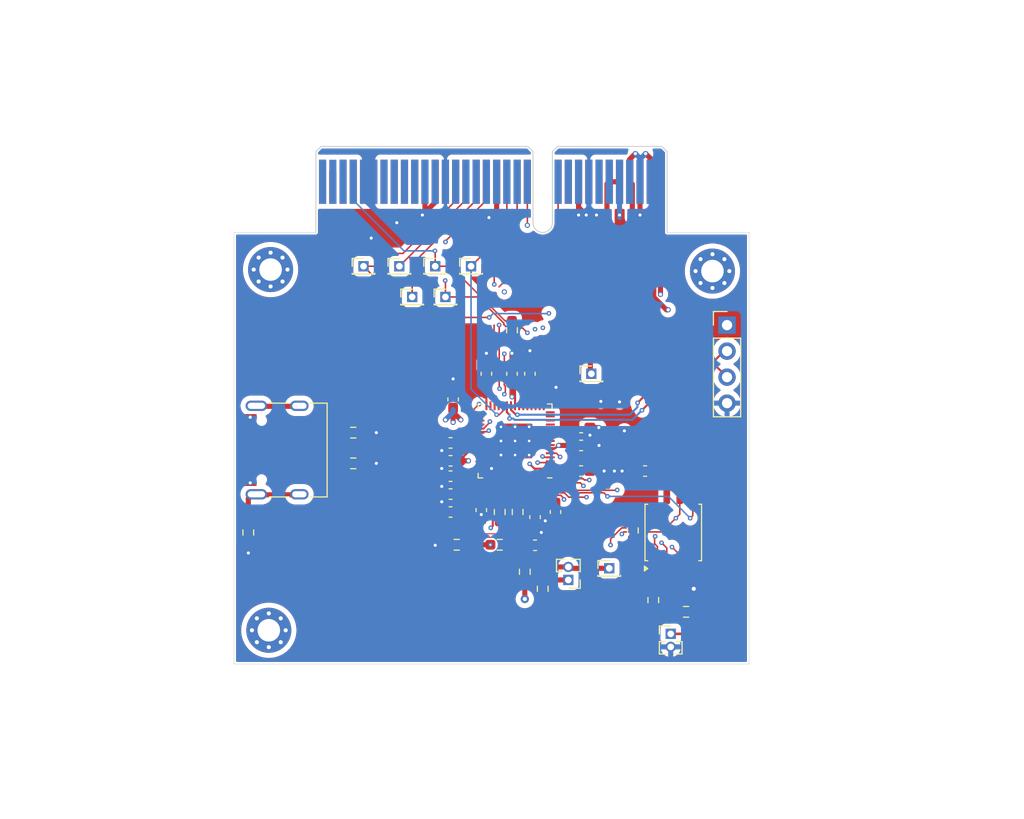
<source format=kicad_pcb>
(kicad_pcb (version 20241229) (generator "pcbnew") (generator_version "9.0")
  (layers (0 "F.Cu" signal) (4 "In1.Cu" signal) (6 "In2.Cu" signal) (2 "B.Cu" signal) (13 "F.Paste" user) (15 "B.Paste" user) (5 "F.SilkS" user "F.Silkscreen") (7 "B.SilkS" user "B.Silkscreen") (1 "F.Mask" user) (3 "B.Mask" user) (25 "Edge.Cuts" user))
  (net 0 "")
  (net 1 "ADC_VDD")
  (net 2 "LED1")
  (net 3 "CLKOUT_n")
  (net 4 "LED3")
  (net 5 "GND")
  (net 6 "JTAG_nRST")
  (net 7 "SCK")
  (net 8 "JTAG_VREF")
  (net 9 "HDR4")
  (net 10 "JTAG_TDO")
  (net 11 "nRST_OUT")
  (net 12 "VCC1.2")
  (net 13 "TRACECLK")
  (net 14 "HDR7")
  (net 15 "JTAG_TMS")
  (net 16 "CLKOUT")
  (net 17 "VCC1.8")
  (net 18 "HDR1")
  (net 19 "DVDD")
  (net 20 "+5V")
  (net 21 "GPIO2{slash}RX")
  (net 22 "CW_PDID")
  (net 23 "MOSI")
  (net 24 "TRACED3")
  (net 25 "GPIO1{slash}TX")
  (net 26 "TRACED2")
  (net 27 "CLIKIN")
  (net 28 "HDR5")
  (net 29 "D-")
  (net 30 "TRACED0")
  (net 31 "CLKIN_n")
  (net 32 "nRST")
  (net 33 "HDR10")
  (net 34 "LED2")
  (net 35 "Net-(J2-SHIELD)")
  (net 36 "JTAG_TDI")
  (net 37 "VCC2.5")
  (net 38 "GPIO3")
  (net 39 "Net-(J2-CC2)")
  (net 40 "VCC5.0")
  (net 41 "JTAG_TRST")
  (net 42 "IOVREF")
  (net 43 "HDR8")
  (net 44 "VCCADJ")
  (net 45 "JTAG_TCK")
  (net 46 "GPIO4")
  (net 47 "TRACED1")
  (net 48 "HDR9")
  (net 49 "MISO")
  (net 50 "CW_PDIC")
  (net 51 "HDR3")
  (net 52 "HDR6")
  (net 53 "HDR2")
  (net 54 "Net-(J2-CC1)")
  (net 56 "D+")
  (net 61 "SWCLK")
  (net 62 "SWD")
  (net 64 "Net-(J4-Pin_1)")
  (net 67 "QSPI_SS")
  (net 68 "QSPI_SD3")
  (net 69 "QSPI_SCLK")
  (net 74 "QSPI_SD1")
  (net 75 "QSPI_SD0")
  (net 77 "Net-(U1-XIN)")
  (net 78 "QSPI_SD2")
  (net 79 "Net-(U1-VREG_FB)")
  (net 81 "Net-(U2-~{CS})")
  (net 84 "DP")
  (net 86 "DN")
  (net 97 "SHUNTL")
  (net 98 "FILT_HP")
  (footprint "Resistor_SMD:R_0603_1608Metric_Pad0.98x0.95mm_HandSolder" (layer "F.Cu") (at 129.25 122 -90)
    (property "Reference" "R3" (hide yes))
    (property "Value" "1M")
  )
  (footprint "Resistor_SMD:R_0603_1608Metric_Pad0.98x0.95mm_HandSolder" (layer "F.Cu") (at 155.55 120 -90)
    (property "Reference" "R8" (hide yes))
    (property "Value" "27")
  )
  (footprint "Capacitor_SMD:C_0603_1608Metric_Pad1.08x0.95mm_HandSolder" (layer "F.Cu") (at 157.25 123.25)
    (property "Reference" "C8" (hide yes))
    (property "Value" "100n")
  )
  (footprint "Capacitor_SMD:C_0603_1608Metric_Pad1.08x0.95mm_HandSolder" (layer "F.Cu") (at 149 116.5 180)
    (property "Reference" "C5" (hide yes))
    (property "Value" "100n")
  )
  (footprint "Capacitor_SMD:C_0603_1608Metric_Pad1.08x0.95mm_HandSolder" (layer "F.Cu") (at 149 113.25 180)
    (property "Reference" "C4" (hide yes))
    (property "Value" "100n")
  )
  (footprint "Connector_PinHeader_1.27mm:PinHeader_1x01_P1.27mm_Vertical" (layer "F.Cu") (at 151 96)
    (property "Reference" "J8" (hide yes))
    (property "Value" "Conn_01x01")
  )
  (footprint "Capacitor_SMD:C_0603_1608Metric_Pad1.08x0.95mm_HandSolder" (layer "F.Cu") (at 155 106.5 90)
    (property "Reference" "C15" (hide yes))
    (property "Value" "100n")
  )
  (footprint "MountingHole:MountingHole_2.2mm_M2_Pad_Via" (layer "F.Cu") (at 131.25 131.55)
    (property "Reference" "H2" (hide yes))
    (property "Value" "MountingHole_Pad_MP")
  )
  (footprint "Connector_PinHeader_1.27mm:PinHeader_1x01_P1.27mm_Vertical" (layer "F.Cu") (at 147.5 96)
    (property "Reference" "J7" (hide yes))
    (property "Value" "Conn_01x01")
  )
  (footprint "Capacitor_SMD:C_0603_1608Metric_Pad1.08x0.95mm_HandSolder" (layer "F.Cu") (at 152 119.8125 -90)
    (property "Reference" "C21" (hide yes))
    (property "Value" "100n")
  )
  (footprint "Capacitor_SMD:C_0603_1608Metric_Pad1.08x0.95mm_HandSolder" (layer "F.Cu") (at 149.25 109 90)
    (property "Reference" "C14" (hide yes))
    (property "Value" "2u2")
  )
  (footprint "Capacitor_SMD:C_0603_1608Metric_Pad1.08x0.95mm_HandSolder" (layer "F.Cu") (at 152.5 106.5 90)
    (property "Reference" "C2" (hide yes))
    (property "Value" "100n")
  )
  (footprint "Resistor_SMD:R_0603_1608Metric_Pad0.98x0.95mm_HandSolder" (layer "F.Cu") (at 168.8 128.6 90)
    (property "Reference" "R6" (hide yes))
    (property "Value" "0")
  )
  (footprint "Capacitor_SMD:C_0603_1608Metric_Pad1.08x0.95mm_HandSolder" (layer "F.Cu") (at 156.75 106.5 90)
    (property "Reference" "C1" (hide yes))
    (property "Value" "100n")
  )
  (footprint "Connector_PinHeader_1.27mm:PinHeader_1x02_P1.27mm_Vertical" (layer "F.Cu") (at 170.5 131.9)
    (property "Reference" "J4" (hide yes))
    (property "Value" "Conn_01x02_Pin")
  )
  (footprint "Connector_USB:USB_C_Receptacle_G-Switch_GT-USB-7010ASV" (layer "F.Cu") (at 133.16 113.95 90)
    (property "Reference" "J2" (hide yes))
    (property "Value" "USB_C_Receptacle_USB2.0_16P")
  )
  (footprint "Capacitor_SMD:C_0603_1608Metric_Pad1.08x0.95mm_HandSolder" (layer "F.Cu") (at 149 120 180)
    (property "Reference" "C10" (hide yes))
    (property "Value" "2u2")
  )
  (footprint "Connector_PinHeader_1.27mm:PinHeader_1x01_P1.27mm_Vertical" (layer "F.Cu") (at 140.5 96)
    (property "Reference" "J9" (hide yes))
    (property "Value" "Conn_01x01")
  )
  (footprint "Resistor_SMD:R_0603_1608Metric_Pad0.98x0.95mm_HandSolder" (layer "F.Cu") (at 158 127.5 90)
    (property "Reference" "R13" (hide yes))
    (property "Value" "0")
  )
  (footprint "Resistor_SMD:R_0603_1608Metric_Pad0.98x0.95mm_HandSolder" (layer "F.Cu") (at 153.8 120 -90)
    (property "Reference" "R9" (hide yes))
    (property "Value" "27")
  )
  (footprint "RP2350_60QFN_minimal:RP2350-QFN-60-1EP_7x7_P0.4mm_EP3.4x3.4mm_ThermalVias" (layer "F.Cu") (at 155.3 113.0625 180)
    (property "Reference" "U1" (hide yes))
    (property "Value" "RP2350_60QFN")
  )
  (footprint "Connector_PinHeader_1.27mm:PinHeader_1x01_P1.27mm_Vertical" (layer "F.Cu") (at 164.5 125.5)
    (property "Reference" "J5" (hide yes))
    (property "Value" "Conn_01x01")
  )
  (footprint "Capacitor_SMD:C_0603_1608Metric_Pad1.08x0.95mm_HandSolder" (layer "F.Cu") (at 157.25 120.5 -90)
    (property "Reference" "C7" (hide yes))
    (property "Value" "100n")
  )
  (footprint "Connector_PinHeader_1.27mm:PinHeader_1x01_P1.27mm_Vertical" (layer "F.Cu") (at 145.25 99)
    (property "Reference" "J11" (hide yes))
    (property "Value" "Conn_01x01")
  )
  (footprint "Connector_PinHeader_1.27mm:PinHeader_1x01_P1.27mm_Vertical" (layer "F.Cu") (at 162.75 106.5)
    (property "Reference" "J6" (hide yes))
    (property "Value" "Conn_01x01")
  )
  (footprint "Resistor_SMD:R_0603_1608Metric_Pad0.98x0.95mm_HandSolder" (layer "F.Cu") (at 156.25 125.8375 90)
    (property "Reference" "R10" (hide yes))
    (property "Value" "10")
  )
  (footprint "Capacitor_SMD:C_0603_1608Metric_Pad1.08x0.95mm_HandSolder" (layer "F.Cu") (at 168 116 180)
    (property "Reference" "C9" (hide yes))
    (property "Value" "100n")
  )
  (footprint "Connector_PinHeader_1.27mm:PinHeader_1x02_P1.27mm_Vertical" (layer "F.Cu") (at 160.5 126.635 180)
    (property "Reference" "J13" (hide yes))
    (property "Value" "Conn_01x02_Pin")
  )
  (footprint "Capacitor_SMD:C_0603_1608Metric_Pad1.08x0.95mm_HandSolder" (layer "F.Cu") (at 149 118.25 180)
    (property "Reference" "C19" (hide yes))
    (property "Value" "100n")
  )
  (footprint "Resistor_SMD:R_0603_1608Metric_Pad0.98x0.95mm_HandSolder" (layer "F.Cu") (at 155 102.25 -90)
    (property "Reference" "R4" (hide yes))
    (property "Value" "10")
  )
  (footprint "Resistor_SMD:R_0603_1608Metric_Pad0.98x0.95mm_HandSolder" (layer "F.Cu") (at 172 129.75)
    (property "Reference" "R7" (hide yes))
    (property "Value" "1k")
  )
  (footprint "MountingHole:MountingHole_2.2mm_M2_Pad_Via" (layer "F.Cu") (at 174.575 96.475)
    (property "Reference" "H1" (hide yes))
    (property "Value" "MountingHole_Pad_MP")
  )
  (footprint "Connector_PinHeader_1.27mm:PinHeader_1x01_P1.27mm_Vertical" (layer "F.Cu") (at 144 96)
    (property "Reference" "J10" (hide yes))
    (property "Value" "Conn_01x01")
  )
  (footprint "Resistor_SMD:R_0603_1608Metric_Pad0.98x0.95mm_HandSolder" (layer "F.Cu") (at 153.8 123.2)
    (property "Reference" "R12" (hide yes))
    (property "Value" "5k6")
  )
  (footprint "Capacitor_SMD:C_0603_1608Metric_Pad1.08x0.95mm_HandSolder" (layer "F.Cu") (at 161.75 111.75)
    (property "Reference" "C6" (hide yes))
    (property "Value" "100n")
  )
  (footprint "Capacitor_SMD:C_0603_1608Metric_Pad1.08x0.95mm_HandSolder" (layer "F.Cu") (at 149 115 180)
    (property "Reference" "C16" (hide yes))
    (property "Value" "100n")
  )
  (footprint "Capacitor_SMD:C_0603_1608Metric_Pad1.08x0.95mm_HandSolder" (layer "F.Cu") (at 161.75 113.5)
    (property "Reference" "C13" (hide yes))
    (property "Value" "100n")
  )
  (footprint "Resistor_SMD:R_0603_1608Metric_Pad0.98x0.95mm_HandSolder" (layer "F.Cu") (at 166.8 121.8 -90)
    (property "Reference" "R5" (hide yes))
    (property "Value" "DNF")
  )
  (footprint "MountingHole:MountingHole_2.2mm_M2_Pad_Via" (layer "F.Cu") (at 131.425 96.325)
    (property "Reference" "H3" (hide yes))
    (property "Value" "MountingHole_Pad_MP")
  )
  (footprint "Resistor_SMD:R_0603_1608Metric_Pad0.98x0.95mm_HandSolder" (layer "F.Cu") (at 139.5 112.25)
    (property "Reference" "R1" (hide yes))
    (property "Value" "5.11k")
  )
  (footprint "Connector_PinHeader_2.54mm:PinHeader_1x04_P2.54mm_Vertical" (layer "F.Cu") (at 176 101.75)
    (property "Reference" "J3" (hide yes))
    (property "Value" "Conn_01x04_Pin")
  )
  (footprint "Capacitor_SMD:C_0603_1608Metric_Pad1.08x0.95mm_HandSolder" (layer "F.Cu") (at 161.75 116)
    (property "Reference" "C3" (hide yes))
    (property "Value" "100n")
  )
  (footprint "Resistor_SMD:R_0603_1608Metric_Pad0.98x0.95mm_HandSolder" (layer "F.Cu") (at 149.6 123.2)
    (property "Reference" "R11" (hide yes))
    (property "Value" "3k3")
  )
  (footprint "Resistor_SMD:R_0603_1608Metric_Pad0.98x0.95mm_HandSolder" (layer "F.Cu") (at 139.5 115.25)
    (property "Reference" "R2" (hide yes))
    (property "Value" "5.11k")
  )
  (footprint "Connector_PCBEdge:BUS_PCIexpress_x4" (layer "F.Cu") (at 169.5 87.75 180)
    (property "Reference" "J1" (hide yes))
    (property "Value" "HUSKEY_EDGE_CONNECTOR")
    (fp_line (start 33.65 2.95) (end 33.15 3.45) (stroke (width 0.1)) (layer "Edge.Cuts"))
    (fp_line (start 33.65 -4.95) (end 33.65 2.95) (stroke (width 0.1)) (layer "Edge.Cuts"))
    (fp_line (start 12.95 3.45) (end 33.15 3.45) (stroke (width 0.1)) (layer "Edge.Cuts"))
    (fp_line (start 12.45 2.95) (end 12.95 3.45) (stroke (width 0.1)) (layer "Edge.Cuts"))
    (fp_line (start 12.45 -4) (end 12.45 2.95) (stroke (width 0.1)) (layer "Edge.Cuts"))
    (fp_line (start 10.55 2.95) (end 10.05 3.45) (stroke (width 0.1)) (layer "Edge.Cuts"))
    (fp_line (start 10.55 -4) (end 10.55 2.95) (stroke (width 0.1)) (layer "Edge.Cuts"))
    (fp_line (start -0.15 3.45) (end 10.05 3.45) (stroke (width 0.1)) (layer "Edge.Cuts"))
    (fp_line (start -0.65 2.95) (end -0.15 3.45) (stroke (width 0.1)) (layer "Edge.Cuts"))
    (fp_line (start -0.65 -4.95) (end -0.65 2.95) (stroke (width 0.1)) (layer "Edge.Cuts"))
    (fp_arc (start 10.55 -4) (mid 11.5 -4.95) (end 12.45 -4) (stroke (width 0.1)) (layer "Edge.Cuts"))
  )
  (footprint "Capacitor_SMD:C_0603_1608Metric_Pad1.08x0.95mm_HandSolder" (layer "F.Cu") (at 159.25 120 -90)
    (property "Reference" "C20" (hide yes))
    (property "Value" "100n")
  )
  (footprint "Connector_PinHeader_1.27mm:PinHeader_1x01_P1.27mm_Vertical" (layer "F.Cu") (at 148.5 99)
    (property "Reference" "J12" (hide yes))
    (property "Value" "Conn_01x01")
  )
  (footprint "Package_SO:SOIC-8_5.3x5.3mm_P1.27mm" (layer "F.Cu") (at 170.75 122 90)
    (property "Reference" "U2" (hide yes))
    (property "Value" "W25Q128JVS")
  )
  (gr_line (start 178.15 92.7) (end 178.15 134.845063) (stroke (width 0.05)) (layer "Edge.Cuts"))
  (gr_line (start 135.85 92.7) (end 127.85 92.7) (stroke (width 0.05)) (layer "Edge.Cuts"))
  (gr_line (start 127.85 92.7) (end 127.85 134.35) (stroke (width 0.05)) (layer "Edge.Cuts"))
  (gr_line (start 127.85 134.35) (end 127.85 134.845063) (stroke (width 0.05)) (layer "Edge.Cuts"))
  (gr_line (start 127.85 134.845063) (end 177.8 134.845063) (stroke (width 0.05)) (layer "Edge.Cuts"))
  (gr_line (start 177.8 134.845063) (end 178.15 134.845063) (stroke (width 0.05)) (layer "Edge.Cuts"))
  (gr_line (start 170.15 92.7) (end 178.15 92.7) (stroke (width 0.05)) (layer "Edge.Cuts"))
  (segment (start 151.225 116.5) (end 151.8625 115.8625) (width 0.5) (layer "F.Cu") (net 1))
  (segment (start 149.8625 118.25) (end 149.8625 116.5) (width 0.5) (layer "F.Cu") (net 1))
  (segment (start 155.7 116.0625) (end 155.7 116.5) (width 0.2) (layer "F.Cu") (net 1))
  (segment (start 153.901 115.8615) (end 155.499 115.8615) (width 0.2) (layer "F.Cu") (net 1))
  (segment (start 151.8625 115.8625) (end 151.8625 115.5135) (width 0.5) (layer "F.Cu") (net 1))
  (segment (start 168.8625 118.395) (end 168.845 118.4125) (width 0.5) (layer "F.Cu") (net 1))
  (segment (start 156.5 107.6125) (end 156.5 109.625) (width 0.2) (layer "F.Cu") (net 1))
  (segment (start 157.939405 119.1375) (end 155.7 116.898095) (width 0.2) (layer "F.Cu") (net 1))
  (segment (start 168.845 118.4125) (end 168.845 118.8425) (width 0.5) (layer "F.Cu") (net 1))
  (segment (start 152 118.95) (end 153.7 117.25) (width 0.2) (layer "F.Cu") (net 1))
  (segment (start 149.8625 113.25) (end 150.05 113.0625) (width 0.2) (layer "F.Cu") (net 1))
  (segment (start 149.8625 120) (end 151.1375 120) (width 0.5) (layer "F.Cu") (net 1))
  (segment (start 160.8875 116) (end 158.875 116) (width 0.2) (layer "F.Cu") (net 1))
  (segment (start 156.75 107.3625) (end 156.5 107.6125) (width 0.2) (layer "F.Cu") (net 1))
  (segment (start 155.7 116.898095) (end 155.7 116.5) (width 0.2) (layer "F.Cu") (net 1))
  (segment (start 153.7 117.25) (end 153.7 116.5) (width 0.2) (layer "F.Cu") (net 1))
  (segment (start 158.875 116) (end 158.7375 115.8625) (width 0.2) (layer "F.Cu") (net 1))
  (segment (start 153.7 116.0625) (end 153.901 115.8615) (width 0.2) (layer "F.Cu") (net 1))
  (segment (start 159.5 119.1375) (end 159.1125 118.75) (width 0.2) (layer "F.Cu") (net 1))
  (segment (start 168.8625 116) (end 168.8625 118.395) (width 0.5) (layer "F.Cu") (net 1))
  (segment (start 160.775 111.8625) (end 158.7375 111.8625) (width 0.2) (layer "F.Cu") (net 1))
  (segment (start 149.8625 116.5) (end 151.225 116.5) (width 0.5) (layer "F.Cu") (net 1))
  (segment (start 153.7 116.5) (end 153.7 116.0625) (width 0.2) (layer "F.Cu") (net 1))
  (segment (start 155.499 115.8615) (end 155.7 116.0625) (width 0.2) (layer "F.Cu") (net 1))
  (segment (start 152 119.1375) (end 152 116.933) (width 0.5) (layer "F.Cu") (net 1))
  (segment (start 149.8625 120) (end 149.8625 118.25) (width 0.5) (layer "F.Cu") (net 1))
  (segment (start 159.25 119.1375) (end 157.939405 119.1375) (width 0.2) (layer "F.Cu") (net 1))
  (segment (start 155.7 116.9375) (end 155.7 116.5) (width 0.2) (layer "F.Cu") (net 1))
  (segment (start 150.05 113.0625) (end 151.8625 113.0625) (width 0.2) (layer "F.Cu") (net 1))
  (segment (start 160.8875 111.75) (end 160.775 111.8625) (width 0.2) (layer "F.Cu") (net 1))
  (segment (start 168.845 118.8425) (end 166.8 120.8875) (width 0.5) (layer "F.Cu") (net 1))
  (segment (start 152.5 107.3625) (end 152.5 109.625) (width 0.2) (layer "F.Cu") (net 1))
  (segment (start 151.1375 120) (end 152 119.1375) (width 0.5) (layer "F.Cu") (net 1))
  (segment (start 152 116.933) (end 152.433 116.5) (width 0.5) (layer "F.Cu") (net 1))
  (via (at 165.5 91) (size 0.5) (drill 0.3) (layers "F.Cu" "B.Cu") (net 1))
  (segment (start 165.5 91) (end 165.5 91.25) (width 0.5) (layer "B.Cu") (net 1))
  (segment (start 165.5 87.75) (end 165.5 91) (width 0.5) (layer "B.Cu") (net 1))
  (segment (start 159.5 92.25) (end 153.75 98) (width 0.15) (layer "F.Cu") (net 2))
  (segment (start 152.842312 111.241186) (end 152.842312 111.167312) (width 0.15) (layer "F.Cu") (net 2))
  (segment (start 152.740375 111.343123) (end 152.842312 111.241186) (width 0.15) (layer "F.Cu") (net 2))
  (segment (start 153.75 104.5) (end 153.75 101.75) (width 0.15) (layer "F.Cu") (net 2))
  (segment (start 153.786176 107.963824) (end 153.841218 108.018867) (width 0.15) (layer "F.Cu") (net 2))
  (segment (start 153.75 98) (end 153.74 98.01) (width 0.15) (layer "F.Cu") (net 2))
  (segment (start 152.476 111.599) (end 152.842312 111.232688) (width 0.15) (layer "F.Cu") (net 2))
  (segment (start 152.2125 111.8625) (end 152.3365 111.7385) (width 0.15) (layer "F.Cu") (net 2))
  (segment (start 153.841218 108.018867) (end 153.841216 108.018867) (width 0.15) (layer "F.Cu") (net 2))
  (segment (start 152.476 111.607498) (end 152.476 111.599) (width 0.15) (layer "F.Cu") (net 2))
  (segment (start 152.344998 111.7385) (end 152.476 111.607498) (width 0.15) (layer "F.Cu") (net 2))
  (segment (start 152.3365 111.7385) (end 152.344998 111.7385) (width 0.15) (layer "F.Cu") (net 2))
  (segment (start 153.75 104.5) (end 153.75 106.394043) (width 0.15) (layer "F.Cu") (net 2))
  (segment (start 153.75 107.927649) (end 153.786176 107.963824) (width 0.15) (layer "F.Cu") (net 2))
  (segment (start 152.842312 111.232688) (end 152.842312 111.167312) (width 0.15) (layer "F.Cu") (net 2))
  (segment (start 151.8625 111.8625) (end 152.2125 111.8625) (width 0.15) (layer "F.Cu") (net 2))
  (segment (start 159.5 87.75) (end 159.5 92.25) (width 0.15) (layer "F.Cu") (net 2))
  (segment (start 153.75 106.414043) (end 153.75 107.927649) (width 0.15) (layer "F.Cu") (net 2))
  (segment (start 152.740375 111.314863) (end 152.740375 111.343123) (width 0.1) (layer "F.Cu") (net 2))
  (via (at 153.786176 107.963824) (size 0.45) (drill 0.2) (layers "F.Cu" "B.Cu") (net 2))
  (via (at 153.74 101.74) (size 0.45) (drill 0.2) (layers "F.Cu" "B.Cu") (net 2))
  (via (at 152.842312 111.167312) (size 0.45) (drill 0.2) (layers "F.Cu" "B.Cu") (net 2))
  (segment (start 151.249 110.001) (end 151.75 109.5) (width 0.15) (layer "F.Cu") (net 4))
  (segment (start 153.263099 94.076313) (end 153.263099 97.736901) (width 0.15) (layer "F.Cu") (net 4))
  (segment (start 153.263101 106.743042) (end 153.263101 104.513101) (width 0.15) (layer "F.Cu") (net 4))
  (segment (start 151.425 112.6625) (end 151.249 112.4865) (width 0.15) (layer "F.Cu") (net 4))
  (segment (start 153.263099 97.736901) (end 153.25 97.75) (width 0.15) (layer "F.Cu") (net 4))
  (segment (start 153.25 104.5) (end 153.25 101.75) (width 0.15) (layer "F.Cu") (net 4))
  (segment (start 151.249 112.4865) (end 151.249 110.001) (width 0.15) (layer "F.Cu") (net 4))
  (segment (start 153.263099 94.076313) (end 155.5 91.839411) (width 0.15) (layer "F.Cu") (net 4))
  (segment (start 155.5 91.839411) (end 155.5 87.75) (width 0.15) (layer "F.Cu") (net 4))
  (segment (start 151.8625 112.6625) (end 151.425 112.6625) (width 0.15) (layer "F.Cu") (net 4))
  (segment (start 153.263101 104.513101) (end 153.25 104.5) (width 0.15) (layer "F.Cu") (net 4))
  (via (at 151.7875 109.4625) (size 0.45) (drill 0.2) (layers "F.Cu" "B.Cu") (net 4))
  (via (at 153.268701 97.775) (size 0.45) (drill 0.2) (layers "F.Cu" "B.Cu") (net 4))
  (segment (start 156.675 111.6875) (end 155.3 113.0625) (width 0.2) (layer "F.Cu") (net 5))
  (segment (start 156.675 113.0625) (end 155.3 113.0625) (width 0.2) (layer "F.Cu") (net 5))
  (segment (start 140.4125 115.25) (end 141.75 115.25) (width 0.5) (layer "F.Cu") (net 5))
  (segment (start 165 116) (end 164 116) (width 0.5) (layer "F.Cu") (net 5))
  (segment (start 157.8625 121.225) (end 157.5 120.8625) (width 0.5) (layer "F.Cu") (net 5))
  (segment (start 147.55 123.2) (end 147.5 123.25) (width 0.5) (layer "F.Cu") (net 5))
  (segment (start 161.5 87.75) (end 161.5 90.25) (width 0.5) (layer "F.Cu") (net 5))
  (segment (start 162.6125 113.5) (end 163.499999 113.500001) (width 0.5) (layer "F.Cu") (net 5))
  (segment (start 167.1375 116) (end 165.75 116) (width 0.5) (layer "F.Cu") (net 5))
  (segment (start 162.6125 111.75) (end 163.475 111.75) (width 0.5) (layer "F.Cu") (net 5))
  (segment (start 148.1375 114) (end 148.1375 113.25) (width 0.5) (layer "F.Cu") (net 5))
  (segment (start 165.75 116) (end 165 116) (width 0.5) (layer "F.Cu") (net 5))
  (segment (start 161.5 90.25) (end 162.25 91) (width 0.5) (layer "F.Cu") (net 5))
  (segment (start 157.8625 122) (end 157.8625 121.225) (width 0.5) (layer "F.Cu") (net 5))
  (segment (start 155 105.6375) (end 155 104.5) (width 0.5) (layer "F.Cu") (net 5))
  (segment (start 148.1375 116.5) (end 148.1375 115.75) (width 0.5) (layer "F.Cu") (net 5))
  (segment (start 167.5 87.75) (end 167.5 91) (width 0.5) (layer "F.Cu") (net 5))
  (segment (start 147.5 87.75) (end 147.5 89.75) (width 0.5) (layer "F.Cu") (net 5))
  (segment (start 153.5 87.75) (end 153.5 90.5) (width 0.5) (layer "F.Cu") (net 5))
  (segment (start 155.3 114.4375) (end 155.3 113.0625) (width 0.2) (layer "F.Cu") (net 5))
  (segment (start 167.5 90.5) (end 167.5 90.7) (width 0.5) (layer "F.Cu") (net 5))
  (segment (start 152.9 115.85) (end 153 115.75) (width 0.25) (layer "F.Cu") (net 5))
  (segment (start 148.1375 117.5) (end 148.1375 116.5) (width 0.5) (layer "F.Cu") (net 5))
  (segment (start 148.1375 118.25) (end 148.1375 117.5) (width 0.5) (layer "F.Cu") (net 5))
  (segment (start 172.655 127.405) (end 172.75 127.5) (width 0.5) (layer "F.Cu") (net 5))
  (segment (start 158.25 120.8625) (end 159.25 120.8625) (width 0.5) (layer "F.Cu") (net 5))
  (segment (start 164 116) (end 162.6125 116) (width 0.5) (layer "F.Cu") (net 5))
  (segment (start 148.6875 123.2) (end 147.55 123.2) (width 0.5) (layer "F.Cu") (net 5))
  (segment (start 153.925 114.4375) (end 155.3 113.0625) (width 0.2) (layer "F.Cu") (net 5))
  (segment (start 146.5 87.75) (end 146.5 90.75) (width 0.5) (layer "F.Cu") (net 5))
  (segment (start 161.5 87.75) (end 161.5 91) (width 0.5) (layer "F.Cu") (net 5))
  (segment (start 148.1375 119) (end 148.1375 118.25) (width 0.5) (layer "F.Cu") (net 5))
  (segment (start 152.9 116.5) (end 152.9 115.85) (width 0.25) (layer "F.Cu") (net 5))
  (segment (start 149.25 108.1375) (end 149.25 107) (width 0.5) (layer "F.Cu") (net 5))
  (segment (start 162.6125 111.75) (end 162.6125 113.5) (width 0.5) (layer "F.Cu") (net 5))
  (segment (start 152.5 105.6375) (end 152.5 104.5) (width 0.5) (layer "F.Cu") (net 5))
  (segment (start 156.75 105.6375) (end 156.75 104.25) (width 0.5) (layer "F.Cu") (net 5))
  (segment (start 148.1375 115.75) (end 148.1375 114) (width 0.5) (layer "F.Cu") (net 5))
  (segment (start 157.5 120.8625) (end 158.25 120.8625) (width 0.5) (layer "F.Cu") (net 5))
  (segment (start 147.5 89.75) (end 146.25 91) (width 0.5) (layer "F.Cu") (net 5))
  (segment (start 152 120.8625) (end 152 120.25) (width 0.5) (layer "F.Cu") (net 5))
  (segment (start 140.4125 112.25) (end 141.75 112.25) (width 0.5) (layer "F.Cu") (net 5))
  (segment (start 172.655 125.5875) (end 172.655 127.405) (width 0.5) (layer "F.Cu") (net 5))
  (segment (start 156.675 114.4375) (end 155.3 113.0625) (width 0.2) (layer "F.Cu") (net 5))
  (segment (start 146.5 90.75) (end 146.25 91) (width 0.5) (layer "F.Cu") (net 5))
  (segment (start 153.925 113.0625) (end 155.3 113.0625) (width 0.2) (layer "F.Cu") (net 5))
  (segment (start 157.8625 123.25) (end 157.8625 122) (width 0.5) (layer "F.Cu") (net 5))
  (segment (start 153.5 90.5) (end 152.75 91.25) (width 0.5) (layer "F.Cu") (net 5))
  (segment (start 148.1375 120) (end 148.1375 119) (width 0.5) (layer "F.Cu") (net 5))
  (segment (start 129.25 122.9125) (end 129.25 124) (width 0.5) (layer "F.Cu") (net 5))
  (via (at 152.5 104.5) (size 0.5) (drill 0.3) (layers "F.Cu" "B.Cu") (net 5))
  (via (at 152 120.25) (size 0.5) (drill 0.3) (layers "F.Cu" "B.Cu") (net 5))
  (via (at 156.675 111.6875) (size 0.45) (drill 0.2) (layers "F.Cu" "B.Cu") (net 5))
  (via (at 156.675 113.0625) (size 0.45) (drill 0.2) (layers "F.Cu" "B.Cu") (net 5))
  (via (at 159.3 107.825) (size 0.5) (drill 0.3) (layers "F.Cu" "B.Cu") (net 5))
  (via (at 172.75 127.5) (size 0.8) (drill 0.4) (layers "F.Cu" "B.Cu") (net 5))
  (via (at 156.675 114.4375) (size 0.45) (drill 0.2) (layers "F.Cu" "B.Cu") (net 5))
  (via (at 129.25 124) (size 0.5) (drill 0.3) (layers "F.Cu" "B.Cu") (net 5))
  (via (at 158.25 120.8625) (size 0.5) (drill 0.3) (layers "F.Cu" "B.Cu") (net 5))
  (via (at 147.5 123.25) (size 0.5) (drill 0.3) (layers "F.Cu" "B.Cu") (net 5))
  (via (at 155 104.5) (size 0.5) (drill 0.3) (layers "F.Cu" "B.Cu") (net 5))
  (via (at 165.75 116) (size 0.5) (drill 0.3) (layers "F.Cu" "B.Cu") (net 5))
  (via (at 167.5 91) (size 0.5) (drill 0.3) (layers "F.Cu" "B.Cu") (net 5))
  (via (at 163.25 91) (size 0.5) (drill 0.3) (layers "F.Cu" "B.Cu") (net 5))
  (via (at 155.3 114.4375) (size 0.45) (drill 0.2) (layers "F.Cu" "B.Cu") (net 5))
  (via (at 148.1375 119) (size 0.5) (drill 0.3) (layers "F.Cu" "B.Cu") (net 5))
  (via (at 157.8625 122) (size 0.5) (drill 0.3) (layers "F.Cu" "B.Cu") (net 5))
  (via (at 148.1375 115.75) (size 0.5) (drill 0.3) (layers "F.Cu" "B.Cu") (net 5))
  (via (at 141.75 112.25) (size 0.5) (drill 0.3) (layers "F.Cu" "B.Cu") (net 5))
  (via (at 156.75 104.25) (size 0.5) (drill 0.3) (layers "F.Cu" "B.Cu") (net 5))
  (via (at 162.25 91) (size 0.5) (drill 0.3) (layers "F.Cu" "B.Cu") (net 5))
  (via (at 165.5 109.25) (size 0.5) (drill 0.3) (layers "F.Cu" "B.Cu") (net 5))
  (via (at 148.1375 117.5) (size 0.5) (drill 0.3) (layers "F.Cu" "B.Cu") (net 5))
  (via (at 163.675 109.2) (size 0.5) (drill 0.3) (layers "F.Cu" "B.Cu") (net 5))
  (via (at 155.3 113.0625) (size 0.45) (drill 0.2) (layers "F.Cu" "B.Cu") (net 5))
  (via (at 155.3 113.0625) (size 0.45) (drill 0.2) (layers "F.Cu" "B.Cu") (net 5))
  (via (at 129.435002 117.15) (size 0.5) (drill 0.3) (layers "F.Cu" "B.Cu") (net 5))
  (via (at 153.925 114.4375) (size 0.5) (drill 0.25) (layers "F.Cu" "B.Cu") (net 5))
  (via (at 153.925 113.0625) (size 0.5) (drill 0.25) (layers "F.Cu" "B.Cu") (net 5))
  (via (at 153 115.75) (size 0.5) (drill 0.3) (layers "F.Cu" "B.Cu") (net 5))
  (via (at 164 116) (size 0.5) (drill 0.3) (layers "F.Cu" "B.Cu") (net 5))
  (via (at 163.499999 113.500001) (size 0.5) (drill 0.3) (layers "F.Cu" "B.Cu") (net 5))
  (via (at 165 116) (size 0.5) (drill 0.3) (layers "F.Cu" "B.Cu") (net 5))
  (via (at 165.975 112.075) (size 0.5) (drill 0.3) (layers "F.Cu" "B.Cu") (net 5))
  (via (at 146.25 91) (size 0.5) (drill 0.3) (layers "F.Cu" "B.Cu") (net 5))
  (via (at 149.25 107) (size 0.5) (drill 0.3) (layers "F.Cu" "B.Cu") (net 5))
  (via (at 152.75 91.25) (size 0.5) (drill 0.3) (layers "F.Cu" "B.Cu") (net 5))
  (via (at 143.75 91.75) (size 0.5) (drill 0.3) (layers "F.Cu" "B.Cu") (net 5))
  (via (at 162.6125 112.5) (size 0.5) (drill 0.3) (layers "F.Cu" "B.Cu") (net 5))
  (via (at 141.25 93.25) (size 0.5) (drill 0.3) (layers "F.Cu" "B.Cu") (net 5))
  (via (at 148.1375 114) (size 0.5) (drill 0.3) (layers "F.Cu" "B.Cu") (net 5))
  (via (at 155.3 113.0625) (size 0.45) (drill 0.2) (layers "F.Cu" "B.Cu") (net 5))
  (via (at 163.475 111.75) (size 0.5) (drill 0.3) (layers "F.Cu" "B.Cu") (net 5))
  (via (at 161.5 91) (size 0.5) (drill 0.3) (layers "F.Cu" "B.Cu") (net 5))
  (via (at 141.75 115.25) (size 0.5) (drill 0.3) (layers "F.Cu" "B.Cu") (net 5))
  (via (at 129.435002 110.75) (size 0.5) (drill 0.3) (layers "F.Cu" "B.Cu") (net 5))
  (segment (start 162.5 90.25) (end 163.25 91) (width 0.5) (layer "B.Cu") (net 5))
  (segment (start 162.5 87.75) (end 162.5 90.25) (width 0.5) (layer "B.Cu") (net 5))
  (segment (start 158.8365 113.7635) (end 159.230352 113.7635) (width 0.2) (layer "F.Cu") (net 19))
  (segment (start 149.8625 115) (end 150.75 115) (width 0.5) (layer "F.Cu") (net 19))
  (segment (start 164.5 87.75) (end 165.5 87.75) (width 0.5) (layer "F.Cu") (net 19))
  (segment (start 155 107.3625) (end 155.3 107.6625) (width 0.2) (layer "F.Cu") (net 19))
  (segment (start 159.554759 113.5) (end 159.552 113.497241) (width 0.5) (layer "F.Cu") (net 19))
  (segment (start 159.230352 113.7635) (end 159.376 113.617852) (width 0.2) (layer "F.Cu") (net 19))
  (segment (start 162.65 94.95) (end 164.275 93.325) (width 0.5) (layer "F.Cu") (net 19))
  (segment (start 149.25 110.25) (end 148.5 111) (width 0.5) (layer "F.Cu") (net 19))
  (segment (start 151.4 113.4625) (end 151.8625 113.4625) (width 0.2) (layer "F.Cu") (net 19))
  (segment (start 159.376 113.5) (end 160.8875 113.5) (width 0.2) (layer "F.Cu") (net 19))
  (segment (start 155.3 107.6625) (end 155.3 109.625) (width 0.2) (layer "F.Cu") (net 19))
  (segment (start 155 107.3625) (end 155 108.75) (width 0.5) (layer "F.Cu") (net 19))
  (segment (start 164.275 93.325) (end 164.275 87.975) (width 0.5) (layer "F.Cu") (net 19))
  (segment (start 162.65 106.4) (end 162.65 94.95) (width 0.5) (layer "F.Cu") (net 19))
  (segment (start 149.25 110.25) (end 150 111) (width 0.5) (layer "F.Cu") (net 19))
  (segment (start 149.25 109.8625) (end 149.25 110.25) (width 0.5) (layer "F.Cu") (net 19))
  (segment (start 149.25 109.8625) (end 149.25 111.25) (width 0.5) (layer "F.Cu") (net 19))
  (segment (start 159.376 113.617852) (end 159.376 113.5) (width 0.2) (layer "F.Cu") (net 19))
  (segment (start 149.8625 115) (end 151.4 113.4625) (width 0.2) (layer "F.Cu") (net 19))
  (segment (start 164.275 87.975) (end 164.5 87.75) (width 0.5) (layer "F.Cu") (net 19))
  (segment (start 162.75 106.5) (end 162.65 106.4) (width 0.5) (layer "F.Cu") (net 19))
  (segment (start 160.8875 113.5) (end 159.554759 113.5) (width 0.5) (layer "F.Cu") (net 19))
  (segment (start 158.7375 113.8625) (end 158.8365 113.7635) (width 0.2) (layer "F.Cu") (net 19))
  (via (at 149.25 111.25) (size 0.5) (drill 0.3) (layers "F.Cu" "B.Cu") (net 19))
  (via (at 150.75 115) (size 0.5) (drill 0.3) (layers "F.Cu" "B.Cu") (net 19))
  (via (at 159.552 113.497241) (size 0.5) (drill 0.3) (layers "F.Cu" "B.Cu") (net 19))
  (via (at 150 111) (size 0.5) (drill 0.3) (layers "F.Cu" "B.Cu") (net 19))
  (via (at 148.5 111) (size 0.5) (drill 0.3) (layers "F.Cu" "B.Cu") (net 19))
  (via (at 155 108.75) (size 0.5) (drill 0.3) (layers "F.Cu" "B.Cu") (net 19))
  (segment (start 148.5 111) (end 149.25 110.25) (width 0.5) (layer "B.Cu") (net 19))
  (segment (start 149.25 110.25) (end 149.25 110) (width 0.5) (layer "B.Cu") (net 19))
  (segment (start 129 116.425) (end 129.025 116.4) (width 0.2) (layer "F.Cu") (net 20))
  (segment (start 128.251 115.986) (end 128.615 116.35) (width 0.2) (layer "F.Cu") (net 20))
  (segment (start 129.025 111.6) (end 128.251 111.6) (width 0.2) (layer "F.Cu") (net 20))
  (segment (start 128.615 116.35) (end 129.435 116.35) (width 0.2) (layer "F.Cu") (net 20))
  (segment (start 128.251 111.6) (end 128.251 115.986) (width 0.2) (layer "F.Cu") (net 20))
  (segment (start 158.625 115.175) (end 158.7375 115.0625) (width 0.15) (layer "F.Cu") (net 21))
  (segment (start 145.25 99) (end 145.25 95.8) (width 0.15) (layer "F.Cu") (net 21))
  (segment (start 157.5 115.175) (end 158.625 115.175) (width 0.15) (layer "F.Cu") (net 21))
  (segment (start 151.5 89.55) (end 151.5 87.75) (width 0.15) (layer "F.Cu") (net 21))
  (segment (start 145.25 95.8) (end 151.5 89.55) (width 0.15) (layer "F.Cu") (net 21))
  (via (at 157.5 115.175) (size 0.45) (drill 0.2) (layers "F.Cu" "B.Cu") (net 21))
  (via (at 157.25 102.15) (size 0.45) (drill 0.2) (layers "F.Cu" "B.Cu") (net 21))
  (segment (start 148.5 99) (end 148.5 97.425) (width 0.15) (layer "F.Cu") (net 25))
  (segment (start 152.5 89.55) (end 152.5 87.75) (width 0.15) (layer "F.Cu") (net 25))
  (segment (start 158.099 115.708532) (end 158.099 115.775) (width 0.2) (layer "F.Cu") (net 25))
  (segment (start 158.246032 115.5615) (end 158.099 115.708532) (width 0.2) (layer "F.Cu") (net 25))
  (segment (start 158.7375 115.4625) (end 158.6385 115.5615) (width 0.2) (layer "F.Cu") (net 25))
  (segment (start 148.5 93.55) (end 152.5 89.55) (width 0.15) (layer "F.Cu") (net 25))
  (segment (start 156.037402 102.037402) (end 154.556103 102.037402) (width 0.15) (layer "F.Cu") (net 25))
  (segment (start 154.204 101.561947) (end 151.642053 99) (width 0.15) (layer "F.Cu") (net 25))
  (segment (start 158.099 115.775) (end 157.2 115.775) (width 0.2) (layer "F.Cu") (net 25))
  (segment (start 154.556103 102.037402) (end 154.204 101.685299) (width 0.15) (layer "F.Cu") (net 25))
  (segment (start 156.5 102.5) (end 156.037402 102.037402) (width 0.15) (layer "F.Cu") (net 25))
  (segment (start 154.204 101.685299) (end 154.204 101.561947) (width 0.15) (layer "F.Cu") (net 25))
  (segment (start 148.5 97.425) (end 148.475 97.4) (width 0.15) (layer "F.Cu") (net 25))
  (segment (start 151.642053 99) (end 148.5 99) (width 0.15) (layer "F.Cu") (net 25))
  (segment (start 158.6385 115.5615) (end 158.246032 115.5615) (width 0.2) (layer "F.Cu") (net 25))
  (segment (start 157.2 115.775) (end 156.725 115.3) (width 0.2) (layer "F.Cu") (net 25))
  (via (at 156.5 102.5) (size 0.45) (drill 0.2) (layers "F.Cu" "B.Cu") (net 25))
  (via (at 148.475 97.4) (size 0.45) (drill 0.2) (layers "F.Cu" "B.Cu") (net 25))
  (via (at 148.5 93.625) (size 0.45) (drill 0.2) (layers "F.Cu" "B.Cu") (net 25))
  (via (at 156.725 115.3) (size 0.45) (drill 0.2) (layers "F.Cu" "B.Cu") (net 25))
  (segment (start 147.5 96) (end 148.981465 96) (width 0.15) (layer "F.Cu") (net 27))
  (segment (start 148.981465 96) (end 154.318964 101.3375) (width 0.15) (layer "F.Cu") (net 27))
  (segment (start 147.5 96) (end 147.5 94.5) (width 0.15) (layer "F.Cu") (net 27))
  (segment (start 154.318964 101.3375) (end 155 101.3375) (width 0.15) (layer "F.Cu") (net 27))
  (via (at 147.475 94.5) (size 0.45) (drill 0.2) (layers "F.Cu" "B.Cu") (net 27))
  (segment (start 139.5 89.55) (end 139.5 87.75) (width 0.15) (layer "B.Cu") (net 27))
  (segment (start 147.475 94.5) (end 144.45 94.5) (width 0.15) (layer "B.Cu") (net 27))
  (segment (start 147.5 94.5) (end 147.475 94.5) (width 0.15) (layer "B.Cu") (net 27))
  (segment (start 144.45 94.5) (end 139.5 89.55) (width 0.15) (layer "B.Cu") (net 27))
  (segment (start 130.440001 113.775) (end 130.365001 113.7) (width 0.1) (layer "F.Cu") (net 29))
  (segment (start 142.622488 113.775) (end 130.440001 113.775) (width 0.1) (layer "F.Cu") (net 29))
  (segment (start 154.5 121.677512) (end 154.052512 122.125) (width 0.1) (layer "F.Cu") (net 29))
  (segment (start 130.365001 113.7) (end 129.435 113.7) (width 0.1) (layer "F.Cu") (net 29))
  (segment (start 143.3 114.452512) (end 142.622488 113.775) (width 0.1) (layer "F.Cu") (net 29))
  (segment (start 153.8 120.9125) (end 153.8 120.925) (width 0.1) (layer "F.Cu") (net 29))
  (segment (start 154.052512 122.125) (end 147.447488 122.125) (width 0.1) (layer "F.Cu") (net 29))
  (segment (start 153.8 120.925) (end 154.5 121.625) (width 0.1) (layer "F.Cu") (net 29))
  (segment (start 143.3 117.977512) (end 143.3 114.452512) (width 0.1) (layer "F.Cu") (net 29))
  (segment (start 154.5 121.625) (end 154.5 121.677512) (width 0.1) (layer "F.Cu") (net 29))
  (segment (start 147.447488 122.125) (end 143.3 117.977512) (width 0.1) (layer "F.Cu") (net 29))
  (segment (start 151 96) (end 154.5 92.5) (width 0.15) (layer "F.Cu") (net 32))
  (segment (start 153.75 110.5) (end 153.5 110.5) (width 0.15) (layer "F.Cu") (net 32))
  (segment (start 154.1 109.625) (end 154.1 110.15) (width 0.15) (layer "F.Cu") (net 32))
  (segment (start 154.1 110.15) (end 153.75 110.5) (width 0.15) (layer "F.Cu") (net 32))
  (segment (start 154.5 92.5) (end 154.5 87.75) (width 0.15) (layer "F.Cu") (net 32))
  (via (at 153.5 110.5) (size 0.45) (drill 0.2) (layers "F.Cu" "B.Cu") (net 32))
  (segment (start 153.5 110.5) (end 151 108) (width 0.15) (layer "B.Cu") (net 32))
  (segment (start 151 108) (end 151 96) (width 0.15) (layer "B.Cu") (net 32))
  (segment (start 154.25 107.607379) (end 154.249279 107.6081) (width 0.15) (layer "F.Cu") (net 34))
  (segment (start 151.9625 112.1625) (end 152.619733 112.1625) (width 0.15) (layer "F.Cu") (net 34))
  (segment (start 156.5 92) (end 156.5 87.75) (width 0.15) (layer "F.Cu") (net 34))
  (segment (start 154.349 108.400279) (end 154.249279 108.5) (width 0.15) (layer "F.Cu") (net 34))
  (segment (start 154.249279 107.6081) (end 154.349 107.707821) (width 0.15) (layer "F.Cu") (net 34))
  (segment (start 154.349 107.707821) (end 154.349 108.400279) (width 0.15) (layer "F.Cu") (net 34))
  (segment (start 152.728617 112.053617) (end 152.75 112.032233) (width 0.15) (layer "F.Cu") (net 34))
  (segment (start 152.619733 112.1625) (end 152.728617 112.053617) (width 0.15) (layer "F.Cu") (net 34))
  (segment (start 154.25 104.55) (end 154.25 107.607379) (width 0.15) (layer "F.Cu") (net 34))
  (segment (start 151.812499 112.212499) (end 151.8625 112.2625) (width 0.2) (layer "F.Cu") (net 34))
  (segment (start 154.25 104.5) (end 154.25 104.55) (width 0.15) (layer "F.Cu") (net 34))
  (segment (start 151.8625 112.2625) (end 151.9625 112.1625) (width 0.15) (layer "F.Cu") (net 34))
  (via (at 154.25 98.5) (size 0.5) (drill 0.3) (layers "F.Cu" "B.Cu") (net 34))
  (via (at 154.25 104.55) (size 0.45) (drill 0.2) (layers "F.Cu" "B.Cu") (net 34))
  (via (at 156.5 92) (size 0.5) (drill 0.3) (layers "F.Cu" "B.Cu") (net 34))
  (via (at 152.728617 112.053617) (size 0.45) (drill 0.2) (layers "F.Cu" "B.Cu") (net 34))
  (via (at 154.249279 108.5) (size 0.45) (drill 0.2) (layers "F.Cu" "B.Cu") (net 34))
  (segment (start 129.625 109.68) (end 133.825 109.68) (width 0.5) (layer "F.Cu") (net 35))
  (segment (start 129.625 118.32) (end 133.825 118.32) (width 0.5) (layer "F.Cu") (net 35))
  (segment (start 129.25 118.695) (end 129.625 118.32) (width 0.5) (layer "F.Cu") (net 35))
  (segment (start 129.25 121.0875) (end 129.25 118.695) (width 0.5) (layer "F.Cu") (net 35))
  (segment (start 144 96) (end 150.5 89.5) (width 0.15) (layer "F.Cu") (net 38))
  (segment (start 158.7375 114.6625) (end 158 114.6625) (width 0.15) (layer "F.Cu") (net 38))
  (segment (start 150.5 89.5) (end 150.5 87.75) (width 0.15) (layer "F.Cu") (net 38))
  (via (at 157.98125 114.575) (size 0.45) (drill 0.2) (layers "F.Cu" "B.Cu") (net 38))
  (via (at 158.0125 102.0125) (size 0.45) (drill 0.2) (layers "F.Cu" "B.Cu") (net 38))
  (segment (start 138.5875 112.25) (end 129.025 112.25) (width 0.2) (layer "F.Cu") (net 39))
  (segment (start 140.5 96) (end 145.5 101) (width 0.15) (layer "F.Cu") (net 46))
  (segment (start 143 94.75) (end 144.352 94.75) (width 0.15) (layer "F.Cu") (net 46))
  (segment (start 141.75 96) (end 143 94.75) (width 0.15) (layer "F.Cu") (net 46))
  (segment (start 159.3375 114.2625) (end 159.7 114.625) (width 0.15) (layer "F.Cu") (net 46))
  (segment (start 158.7375 114.2625) (end 159.3375 114.2625) (width 0.15) (layer "F.Cu") (net 46))
  (segment (start 145.5 101) (end 152.75 101) (width 0.15) (layer "F.Cu") (net 46))
  (segment (start 144.352 94.75) (end 149.5 89.602) (width 0.15) (layer "F.Cu") (net 46))
  (segment (start 149.5 89.602) (end 149.5 87.75) (width 0.15) (layer "F.Cu") (net 46))
  (segment (start 140.5 96) (end 141.75 96) (width 0.15) (layer "F.Cu") (net 46))
  (via (at 152.775 101) (size 0.45) (drill 0.2) (layers "F.Cu" "B.Cu") (net 46))
  (via (at 159.7 114.625) (size 0.45) (drill 0.2) (layers "F.Cu" "B.Cu") (net 46))
  (via (at 158.6 100.6) (size 0.45) (drill 0.2) (layers "F.Cu" "B.Cu") (net 46))
  (segment (start 158.575 100.625) (end 158.6 100.6) (width 0.15) (layer "B.Cu") (net 46))
  (segment (start 152.75 101) (end 152.775 101) (width 0.15) (layer "B.Cu") (net 46))
  (segment (start 153.15 100.625) (end 158.575 100.625) (width 0.15) (layer "B.Cu") (net 46))
  (segment (start 152.775 101) (end 153.15 100.625) (width 0.15) (layer "B.Cu") (net 46))
  (segment (start 138.5875 115.25) (end 129.025 115.25) (width 0.2) (layer "F.Cu") (net 54))
  (segment (start 147.302512 122.475) (end 142.95 118.122488) (width 0.1) (layer "F.Cu") (net 56))
  (segment (start 155.55 120.925) (end 154.85 121.625) (width 0.1) (layer "F.Cu") (net 56))
  (segment (start 130.440001 114.125) (end 130.365001 114.2) (width 0.1) (layer "F.Cu") (net 56))
  (segment (start 154.85 121.625) (end 154.85 121.822488) (width 0.1) (layer "F.Cu") (net 56))
  (segment (start 142.477512 114.125) (end 130.440001 114.125) (width 0.1) (layer "F.Cu") (net 56))
  (segment (start 154.197488 122.475) (end 147.302512 122.475) (width 0.1) (layer "F.Cu") (net 56))
  (segment (start 130.365001 114.2) (end 129.435 114.2) (width 0.1) (layer "F.Cu") (net 56))
  (segment (start 142.95 118.122488) (end 142.95 114.597488) (width 0.1) (layer "F.Cu") (net 56))
  (segment (start 155.55 120.9125) (end 155.55 120.925) (width 0.1) (layer "F.Cu") (net 56))
  (segment (start 154.85 121.822488) (end 154.197488 122.475) (width 0.1) (layer "F.Cu") (net 56))
  (segment (start 142.95 114.597488) (end 142.477512 114.125) (width 0.1) (layer "F.Cu") (net 56))
  (segment (start 167.25 109.708) (end 167.25 109.35) (width 0.2) (layer "F.Cu") (net 61))
  (segment (start 167.255621 109.713621) (end 167.25 109.708) (width 0.1) (layer "F.Cu") (net 61))
  (segment (start 167.25 109.35) (end 167.2625 109.3375) (width 0.2) (layer "F.Cu") (net 61))
  (segment (start 167.2625 109.3375) (end 171.141 105.459) (width 0.2) (layer "F.Cu") (net 61))
  (segment (start 171.141 105.459) (end 174.541 105.459) (width 0.2) (layer "F.Cu") (net 61))
  (segment (start 174.541 105.459) (end 175.71 104.29) (width 0.2) (layer "F.Cu") (net 61))
  (segment (start 154.9 109.625) (end 154.9 110.021) (width 0.2) (layer "F.Cu") (net 61))
  (segment (start 154.9 110.021) (end 155.379 110.5) (width 0.2) (layer "F.Cu") (net 61))
  (segment (start 175.71 104.29) (end 176 104.29) (width 0.2) (layer "F.Cu") (net 61))
  (segment (start 155.379 110.5) (end 155.5 110.5) (width 0.2) (layer "F.Cu") (net 61))
  (via (at 155.525 110.5) (size 0.45) (drill 0.2) (layers "F.Cu" "B.Cu") (net 61))
  (via (at 167.2625 109.3375) (size 0.45) (drill 0.2) (layers "F.Cu" "B.Cu") (net 61))
  (segment (start 155.5 110.5) (end 155.525 110.5) (width 0.2) (layer "B.Cu") (net 61))
  (segment (start 155.525 110.5) (end 166.507146 110.5) (width 0.2) (layer "B.Cu") (net 61))
  (segment (start 166.507146 110.5) (end 167.25 109.757146) (width 0.2) (layer "B.Cu") (net 61))
  (segment (start 167.25 109.35) (end 167.2625 109.3375) (width 0.2) (layer "B.Cu") (net 61))
  (segment (start 167.25 109.757146) (end 167.25 109.35) (width 0.2) (layer "B.Cu") (net 61))
  (segment (start 154.7625 110.5125) (end 154.7625 110.875) (width 0.2) (layer "F.Cu") (net 62))
  (segment (start 174.92 105.75) (end 176 106.83) (width 0.2) (layer "F.Cu") (net 62))
  (segment (start 154.5 110.25) (end 154.7625 110.5125) (width 0.2) (layer "F.Cu") (net 62))
  (segment (start 154.5 109.625) (end 154.5 110.25) (width 0.2) (layer "F.Cu") (net 62))
  (segment (start 167.75 110) (end 172 105.75) (width 0.2) (layer "F.Cu") (net 62))
  (segment (start 172 105.75) (end 174.92 105.75) (width 0.2) (layer "F.Cu") (net 62))
  (via (at 154.7625 110.875) (size 0.45) (drill 0.2) (layers "F.Cu" "B.Cu") (net 62))
  (via (at 167.6875 110.0625) (size 0.45) (drill 0.2) (layers "F.Cu" "B.Cu") (net 62))
  (segment (start 167.6875 110.0625) (end 167.75 110) (width 0.2) (layer "B.Cu") (net 62))
  (segment (start 154.75 110.5) (end 154.7625 110.5125) (width 0.2) (layer "B.Cu") (net 62))
  (segment (start 155.125 110.875) (end 155.25 111) (width 0.2) (layer "B.Cu") (net 62))
  (segment (start 154.7625 110.5125) (end 154.7625 110.875) (width 0.2) (layer "B.Cu") (net 62))
  (segment (start 166.75 111) (end 167.6875 110.0625) (width 0.2) (layer "B.Cu") (net 62))
  (segment (start 154.7625 110.875) (end 155.125 110.875) (width 0.2) (layer "B.Cu") (net 62))
  (segment (start 155.25 111) (end 166.75 111) (width 0.2) (layer "B.Cu") (net 62))
  (segment (start 172.15 131.65) (end 172.25 131.55) (width 0.25) (layer "F.Cu") (net 64))
  (segment (start 171.9 131.9) (end 170.5 131.9) (width 0.25) (layer "F.Cu") (net 64))
  (segment (start 172.25 130.4125) (end 172.9125 129.75) (width 0.25) (layer "F.Cu") (net 64))
  (segment (start 172.25 131.55) (end 172.25 130.4125) (width 0.25) (layer "F.Cu") (net 64))
  (segment (start 172.25 131.55) (end 171.9 131.9) (width 0.25) (layer "F.Cu") (net 64))
  (segment (start 168.925 122.425) (end 168.925 123.1) (width 0.15) (layer "F.Cu") (net 67))
  (segment (start 169.2 124.646786) (end 169.451 124.897786) (width 0.15) (layer "F.Cu") (net 67))
  (segment (start 162.075 116.875) (end 161.95 116.75) (width 0.15) (layer "F.Cu") (net 67))
  (segment (start 162.55 116.875) (end 162.075 116.875) (width 0.15) (layer "F.Cu") (net 67))
  (segment (start 158.35 116.75) (end 158.1 116.5) (width 0.15) (layer "F.Cu") (net 67))
  (segment (start 168.925 123.1) (end 169.2 123.375) (width 0.15) (layer "F.Cu") (net 67))
  (segment (start 161.95 116.75) (end 158.35 116.75) (width 0.15) (layer "F.Cu") (net 67))
  (segment (start 169.0375 129.75) (end 168.8 129.5125) (width 0.5) (layer "F.Cu") (net 67))
  (segment (start 171.0875 129.75) (end 169.0375 129.75) (width 0.5) (layer "F.Cu") (net 67))
  (segment (start 169.2 123.375) (end 169.2 124.646786) (width 0.15) (layer "F.Cu") (net 67))
  (segment (start 169.451 124.897786) (end 169.451 128.8615) (width 0.15) (layer "F.Cu") (net 67))
  (segment (start 168.975 122.375) (end 168.925 122.425) (width 0.15) (layer "F.Cu") (net 67))
  (segment (start 169.451 128.8615) (end 168.8 129.5125) (width 0.15) (layer "F.Cu") (net 67))
  (via (at 168.975 122.375) (size 0.45) (drill 0.2) (layers "F.Cu" "B.Cu") (net 67))
  (via (at 162.55 116.875) (size 0.45) (drill 0.2) (layers "F.Cu" "B.Cu") (net 67))
  (segment (start 167.788999 121.551) (end 170.115 119.224999) (width 0.15) (layer "F.Cu") (net 68))
  (segment (start 159.768302 118.375) (end 160.075 118.681698) (width 0.15) (layer "F.Cu") (net 68))
  (segment (start 160.075 118.681698) (end 160.075 118.775) (width 0.15) (layer "F.Cu") (net 68))
  (segment (start 156.1 116.5) (end 156.1 116.921915) (width 0.15) (layer "F.Cu") (net 68))
  (segment (start 164.625 122.641888) (end 165.715888 121.551) (width 0.15) (layer "F.Cu") (net 68))
  (segment (start 165.715888 121.551) (end 167.788999 121.551) (width 0.15) (layer "F.Cu") (net 68))
  (segment (start 170.115 119.224999) (end 170.115 118.4125) (width 0.15) (layer "F.Cu") (net 68))
  (segment (start 157.553085 118.375) (end 159.768302 118.375) (width 0.15) (layer "F.Cu") (net 68))
  (segment (start 156.1 116.921915) (end 157.553085 118.375) (width 0.15) (layer "F.Cu") (net 68))
  (segment (start 164.625 123.225) (end 164.625 122.641888) (width 0.15) (layer "F.Cu") (net 68))
  (via (at 164.625 123.225) (size 0.45) (drill 0.2) (layers "F.Cu" "B.Cu") (net 68))
  (via (at 160.075 118.775) (size 0.45) (drill 0.2) (layers "F.Cu" "B.Cu") (net 68))
  (segment (start 165.725 122.15) (end 165.93 121.945) (width 0.15) (layer "F.Cu") (net 69))
  (segment (start 157.6975 118.135) (end 160.128302 118.135) (width 0.15) (layer "F.Cu") (net 69))
  (segment (start 171 120.6) (end 171.385 120.215) (width 0.15) (layer "F.Cu") (net 69))
  (segment (start 160.128302 118.135) (end 160.543302 118.55) (width 0.15) (layer "F.Cu") (net 69))
  (segment (start 156.5 116.5) (end 156.5 116.9375) (width 0.15) (layer "F.Cu") (net 69))
  (segment (start 160.543302 118.55) (end 162.275 118.55) (width 0.15) (layer "F.Cu") (net 69))
  (segment (start 169.655 121.945) (end 171 120.6) (width 0.15) (layer "F.Cu") (net 69))
  (segment (start 156.5 116.9375) (end 157.6975 118.135) (width 0.15) (layer "F.Cu") (net 69))
  (segment (start 171.385 120.215) (end 171.385 118.4125) (width 0.15) (layer "F.Cu") (net 69))
  (segment (start 165.93 121.945) (end 169.655 121.945) (width 0.15) (layer "F.Cu") (net 69))
  (via (at 165.725 122.15) (size 0.45) (drill 0.2) (layers "F.Cu" "B.Cu") (net 69))
  (via (at 162.275 118.55) (size 0.45) (drill 0.2) (layers "F.Cu" "B.Cu") (net 69))
  (via (at 171 120.6) (size 0.45) (drill 0.2) (layers "F.Cu" "B.Cu") (net 69))
  (segment (start 157.987 117.15) (end 160.626813 117.15) (width 0.15) (layer "F.Cu") (net 74))
  (segment (start 157.7 116.5) (end 157.7 116.863) (width 0.15) (layer "F.Cu") (net 74))
  (segment (start 160.626813 117.15) (end 161.675 117.15) (width 0.15) (layer "F.Cu") (net 74))
  (segment (start 169.6 123) (end 170.115 123.515) (width 0.15) (layer "F.Cu") (net 74))
  (segment (start 170.115 123.515) (end 170.115 125.5875) (width 0.15) (layer "F.Cu") (net 74))
  (segment (start 157.7 116.863) (end 157.987 117.15) (width 0.15) (layer "F.Cu") (net 74))
  (segment (start 161.675 117.15) (end 161.975 117.45) (width 0.15) (layer "F.Cu") (net 74))
  (via (at 169.6 123) (size 0.45) (drill 0.2) (layers "F.Cu" "B.Cu") (net 74))
  (via (at 161.975 117.45) (size 0.45) (drill 0.2) (layers "F.Cu" "B.Cu") (net 74))
  (segment (start 163.971 118.121) (end 164.325 118.475) (width 0.15) (layer "F.Cu") (net 75))
  (segment (start 157.8575 117.895) (end 160.495 117.895) (width 0.15) (layer "F.Cu") (net 75))
  (segment (start 172.4 120.6) (end 172.655 120.345) (width 0.15) (layer "F.Cu") (net 75))
  (segment (start 157.8575 117.895) (end 160.495 117.895) (width 0.15) (layer "F.Cu") (net 75))
  (segment (start 160.987175 117.9) (end 161.208175 118.121) (width 0.15) (layer "F.Cu") (net 75))
  (segment (start 156.9 116.5) (end 156.9 116.9375) (width 0.15) (layer "F.Cu") (net 75))
  (segment (start 160.495 117.895) (end 160.5 117.9) (width 0.15) (layer "F.Cu") (net 75))
  (segment (start 156.9 116.9375) (end 157.8565 117.894) (width 0.15) (layer "F.Cu") (net 75))
  (segment (start 160.5 117.9) (end 160.987175 117.9) (width 0.15) (layer "F.Cu") (net 75))
  (segment (start 161.208175 118.121) (end 163.971 118.121) (width 0.15) (layer "F.Cu") (net 75))
  (segment (start 172.655 120.345) (end 172.655 118.4125) (width 0.15) (layer "F.Cu") (net 75))
  (segment (start 157.8565 117.894) (end 160.494 117.894) (width 0.15) (layer "F.Cu") (net 75))
  (via (at 172.4 120.6) (size 0.45) (drill 0.2) (layers "F.Cu" "B.Cu") (net 75))
  (via (at 164.325 118.475) (size 0.45) (drill 0.2) (layers "F.Cu" "B.Cu") (net 75))
  (segment (start 170.275 118.475) (end 172.4 120.6) (width 0.15) (layer "B.Cu") (net 75))
  (segment (start 164.325 118.475) (end 170.275 118.475) (width 0.15) (layer "B.Cu") (net 75))
  (segment (start 155 103.1625) (end 156 104.1625) (width 0.2) (layer "F.Cu") (net 77))
  (segment (start 156 104.1625) (end 156 109.525) (width 0.2) (layer "F.Cu") (net 77))
  (segment (start 156 109.525) (end 156.1 109.625) (width 0.2) (layer "F.Cu") (net 77))
  (segment (start 160.828 117.4) (end 161.308 117.88) (width 0.15) (layer "F.Cu") (net 78))
  (segment (start 157.7625 117.4) (end 160.828 117.4) (width 0.15) (layer "F.Cu") (net 78))
  (segment (start 161.308 117.88) (end 165.245 117.88) (width 0.15) (layer "F.Cu") (net 78))
  (segment (start 157.3 116.5) (end 157.3 116.9375) (width 0.15) (layer "F.Cu") (net 78))
  (segment (start 157.3 116.9375) (end 157.7625 117.4) (width 0.15) (layer "F.Cu") (net 78))
  (segment (start 171.385 124.185) (end 171.385 125.5875) (width 0.15) (layer "F.Cu") (net 78))
  (segment (start 170.6 123.4) (end 170.625 123.425) (width 0.15) (layer "F.Cu") (net 78))
  (segment (start 170.625 123.425) (end 171.385 124.185) (width 0.15) (layer "F.Cu") (net 78))
  (segment (start 165.245 117.88) (end 165.275 117.85) (width 0.15) (layer "F.Cu") (net 78))
  (via (at 165.275 117.85) (size 0.45) (drill 0.2) (layers "F.Cu" "B.Cu") (net 78))
  (via (at 170.625 123.425) (size 0.45) (drill 0.2) (layers "F.Cu" "B.Cu") (net 78))
  (segment (start 153.124 118.676) (end 153.124 118.649286) (width 0.2) (layer "F.Cu") (net 79))
  (segment (start 153.374286 118.399) (end 153.401 118.399) (width 0.2) (layer "F.Cu") (net 79))
  (segment (start 153.124 118.676) (end 153.124 121.351) (width 0.2) (layer "F.Cu") (net 79))
  (segment (start 153.124 121.351) (end 152.925 121.55) (width 0.2) (layer "F.Cu") (net 79))
  (segment (start 154.1 117.7) (end 154.1 116.5) (width 0.2) (layer "F.Cu") (net 79))
  (segment (start 150.5125 123.2) (end 152.8875 123.2) (width 0.5) (layer "F.Cu") (net 79))
  (segment (start 153.401 118.399) (end 154.1 117.7) (width 0.2) (layer "F.Cu") (net 79))
  (segment (start 153.124 118.649286) (end 153.374286 118.399) (width 0.2) (layer "F.Cu") (net 79))
  (via (at 152.8875 123.2) (size 0.45) (drill 0.2) (layers "F.Cu" "B.Cu") (net 79))
  (via (at 152.925 121.55) (size 0.45) (drill 0.2) (layers "F.Cu" "B.Cu") (net 79))
  (segment (start 168.8 125.6325) (end 168.845 125.5875) (width 0.5) (layer "F.Cu") (net 81))
  (segment (start 166.8 123.5425) (end 168.845 125.5875) (width 0.5) (layer "F.Cu") (net 81))
  (segment (start 168.8 127.6875) (end 168.8 125.6325) (width 0.5) (layer "F.Cu") (net 81))
  (segment (start 166.8 122.7125) (end 166.8 123.5425) (width 0.5) (layer "F.Cu") (net 81))
  (segment (start 154.85 116.55) (end 154.9 116.5) (width 0.1) (layer "F.Cu") (net 84))
  (segment (start 155.55 118.356249) (end 154.85 117.656249) (width 0.1) (layer "F.Cu") (net 84))
  (segment (start 155.55 119.0875) (end 155.55 118.356249) (width 0.1) (layer "F.Cu") (net 84))
  (segment (start 154.85 117.656249) (end 154.85 116.55) (width 0.1) (layer "F.Cu") (net 84))
  (segment (start 153.8 119.0875) (end 153.8 118.356249) (width 0.1) (layer "F.Cu") (net 86))
  (segment (start 154.5 117.656249) (end 154.5 116.5) (width 0.1) (layer "F.Cu") (net 86))
  (segment (start 153.8 118.356249) (end 154.5 117.656249) (width 0.1) (layer "F.Cu") (net 86))
  (segment (start 155.3 117.05) (end 157.3875 119.1375) (width 0.2) (layer "F.Cu") (net 97))
  (segment (start 156.3375 123.2) (end 156.3875 123.25) (width 0.5) (layer "F.Cu") (net 97))
  (segment (start 156.69 125.365) (end 156.25 124.925) (width 0.5) (layer "F.Cu") (net 97))
  (segment (start 156.1375 123.25) (end 156.424 122.9635) (width 0.5) (layer "F.Cu") (net 97))
  (segment (start 164.5 125.5) (end 160.635 125.5) (width 0.5) (layer "F.Cu") (net 97))
  (segment (start 156.424 120.463501) (end 157.249999 119.637502) (width 0.5) (layer "F.Cu") (net 97))
  (segment (start 160.5 125.365) (end 156.69 125.365) (width 0.5) (layer "F.Cu") (net 97))
  (segment (start 156.424 122.9635) (end 156.424 120.463501) (width 0.5) (layer "F.Cu") (net 97))
  (segment (start 169.5 98.75) (end 169.5 87.75) (width 0.5) (layer "F.Cu") (net 97))
  (segment (start 160.635 125.5) (end 160.5 125.365) (width 0.5) (layer "F.Cu") (net 97))
  (segment (start 155.3 116.5) (end 155.3 117.05) (width 0.2) (layer "F.Cu") (net 97))
  (segment (start 156.25 123.3875) (end 156.3875 123.25) (width 0.5) (layer "F.Cu") (net 97))
  (segment (start 157.3875 119.1375) (end 157.3875 119.500001) (width 0.2) (layer "F.Cu") (net 97))
  (segment (start 156.25 124.925) (end 156.25 123.3875) (width 0.5) (layer "F.Cu") (net 97))
  (segment (start 157.3875 119.500001) (end 157.249999 119.637502) (width 0.2) (layer "F.Cu") (net 97))
  (via (at 169.5 98.75) (size 0.5) (drill 0.3) (layers "F.Cu" "B.Cu") (net 97))
  (segment (start 158.0475 126.635) (end 158 126.5875) (width 0.5) (layer "F.Cu") (net 98))
  (segment (start 168.845 93.295) (end 168.845 99.02131) (width 0.5) (layer "F.Cu") (net 98))
  (segment (start 166.75 88) (end 166.75 91.2) (width 0.5) (layer "F.Cu") (net 98))
  (segment (start 160.5 126.635) (end 158.0475 126.635) (width 0.5) (layer "F.Cu") (net 98))
  (segment (start 156.4125 126.5875) (end 156.25 126.75) (width 0.5) (layer "F.Cu") (net 98))
  (segment (start 168.5 85.452) (end 168.048 85) (width 0.5) (layer "F.Cu") (net 98))
  (segment (start 166.5 87.75) (end 166.75 88) (width 0.5) (layer "F.Cu") (net 98))
  (segment (start 166.75 91.2) (end 168.845 93.295) (width 0.5) (layer "F.Cu") (net 98))
  (segment (start 166.5 85.548) (end 167.048 85) (width 0.5) (layer "F.Cu") (net 98))
  (segment (start 166.5 87.75) (end 166.5 85.548) (width 0.5) (layer "F.Cu") (net 98))
  (segment (start 156.25 126.75) (end 156.25 128.5) (width 0.5) (layer "F.Cu") (net 98))
  (segment (start 170.07369 100.25) (end 170.25 100.25) (width 0.5) (layer "F.Cu") (net 98))
  (segment (start 168.5 87.75) (end 168.5 85.452) (width 0.5) (layer "F.Cu") (net 98))
  (segment (start 168.845 99.02131) (end 170.07369 100.25) (width 0.5) (layer "F.Cu") (net 98))
  (segment (start 158 126.5875) (end 156.4125 126.5875) (width 0.5) (layer "F.Cu") (net 98))
  (via (at 167.048 85) (size 0.5) (drill 0.3) (layers "F.Cu" "B.Cu") (net 98))
  (via (at 156.25 128.5) (size 0.8) (drill 0.4) (layers "F.Cu" "B.Cu") (net 98))
  (via (at 170.25 100.25) (size 0.5) (drill 0.3) (layers "F.Cu" "B.Cu") (net 98))
  (via (at 168.048 85) (size 0.5) (drill 0.3) (layers "F.Cu" "B.Cu") (net 98))
  (segment (start 167.5 85.548) (end 168.048 85) (width 0.5) (layer "B.Cu") (net 98))
  (segment (start 167.5 85.452002) (end 167.398999 85.351001) (width 0.5) (layer "B.Cu") (net 98))
  (segment (start 167.5 87.75) (end 167.5 85.548) (width 0.5) (layer "B.Cu") (net 98))
  (segment (start 167.5 87.75) (end 167.5 85.452002) (width 0.5) (layer "B.Cu") (net 98))
  (segment (start 167.5 85.452002) (end 167.048 85) (width 0.5) (layer "B.Cu") (net 98))
  (zone (net 1) (net_name "ADC_VDD") (layer "F.Cu") (priority 1) (connect_pads yes (clearance 0.5)) (min_thickness 0.25) (fill yes (thermal_gap 0.5) (thermal_bridge_width 0.5))
    (polygon (pts (xy 200 70) (xy 200 150) (xy 105 150) (xy 105 70)))
  )
  (zone (net 5) (net_name "GND") (layers "B.Cu" "In1.Cu") (connect_pads (clearance 0.5)) (min_thickness 0.25) (fill yes (thermal_gap 0.5) (thermal_bridge_width 0.5))
    (polygon (pts (xy 110 80) (xy 110 145) (xy 205 145) (xy 200 80)))
  )
)
</source>
